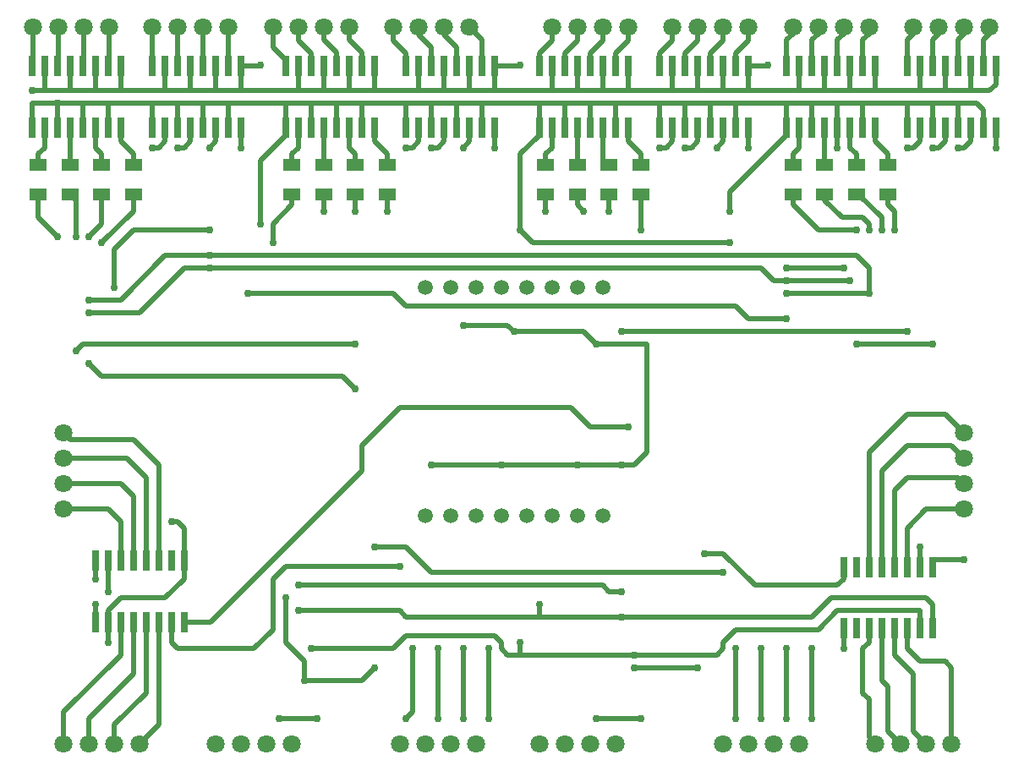
<source format=gbr>
G04 EAGLE Gerber RS-274X export*
G75*
%MOMM*%
%FSLAX34Y34*%
%LPD*%
%INBottom Copper*%
%IPPOS*%
%AMOC8*
5,1,8,0,0,1.08239X$1,22.5*%
G01*
%ADD10R,0.660400X2.032000*%
%ADD11R,1.815300X1.164600*%
%ADD12C,1.800000*%
%ADD13C,1.508000*%
%ADD14C,0.756400*%
%ADD15C,0.508000*%


D10*
X920750Y159766D03*
X920750Y221234D03*
X908050Y159766D03*
X895350Y159766D03*
X908050Y221234D03*
X895350Y221234D03*
X882650Y159766D03*
X882650Y221234D03*
X869950Y159766D03*
X869950Y221234D03*
X857250Y159766D03*
X844550Y159766D03*
X857250Y221234D03*
X844550Y221234D03*
X831850Y159766D03*
X831850Y221234D03*
D11*
X876300Y594846D03*
X876300Y624354D03*
X844550Y594846D03*
X844550Y624354D03*
X812800Y594846D03*
X812800Y624354D03*
X781050Y594846D03*
X781050Y624354D03*
X628650Y594846D03*
X628650Y624354D03*
X596900Y594846D03*
X596900Y624354D03*
X565150Y594846D03*
X565150Y624354D03*
X533400Y594846D03*
X533400Y624354D03*
X374650Y594846D03*
X374650Y624354D03*
X342900Y594846D03*
X342900Y624354D03*
X311150Y594846D03*
X311150Y624354D03*
D12*
X977900Y762000D03*
X901700Y762000D03*
X927100Y762000D03*
X952500Y762000D03*
X857250Y762000D03*
X781050Y762000D03*
X806450Y762000D03*
X831850Y762000D03*
X736600Y762000D03*
X660400Y762000D03*
X685800Y762000D03*
X711200Y762000D03*
X615950Y762000D03*
X539750Y762000D03*
X565150Y762000D03*
X590550Y762000D03*
X457200Y762000D03*
X381000Y762000D03*
X406400Y762000D03*
X431800Y762000D03*
X336550Y762000D03*
X260350Y762000D03*
X285750Y762000D03*
X311150Y762000D03*
X952500Y355600D03*
X952500Y279400D03*
X952500Y304800D03*
X952500Y330200D03*
X939800Y44450D03*
X863600Y44450D03*
X889000Y44450D03*
X914400Y44450D03*
X787400Y44450D03*
X711200Y44450D03*
X736600Y44450D03*
X762000Y44450D03*
X603250Y44450D03*
X527050Y44450D03*
X552450Y44450D03*
X577850Y44450D03*
X463550Y44450D03*
X387350Y44450D03*
X412750Y44450D03*
X438150Y44450D03*
X279400Y44450D03*
X203200Y44450D03*
X228600Y44450D03*
X254000Y44450D03*
D11*
X279400Y594846D03*
X279400Y624354D03*
D13*
X565150Y273050D03*
X539750Y273050D03*
X514350Y273050D03*
X488950Y273050D03*
X463550Y273050D03*
X438150Y273050D03*
X412750Y273050D03*
X565150Y501650D03*
X539750Y501650D03*
X514350Y501650D03*
X488950Y501650D03*
X463550Y501650D03*
X438150Y501650D03*
X412750Y501650D03*
X590550Y273050D03*
X590550Y501650D03*
D10*
X984250Y661416D03*
X984250Y722884D03*
X971550Y661416D03*
X958850Y661416D03*
X971550Y722884D03*
X958850Y722884D03*
X946150Y661416D03*
X946150Y722884D03*
X933450Y661416D03*
X933450Y722884D03*
X920750Y661416D03*
X908050Y661416D03*
X920750Y722884D03*
X908050Y722884D03*
X895350Y661416D03*
X895350Y722884D03*
X863600Y661416D03*
X863600Y722884D03*
X850900Y661416D03*
X838200Y661416D03*
X850900Y722884D03*
X838200Y722884D03*
X825500Y661416D03*
X825500Y722884D03*
X812800Y661416D03*
X812800Y722884D03*
X800100Y661416D03*
X787400Y661416D03*
X800100Y722884D03*
X787400Y722884D03*
X774700Y661416D03*
X774700Y722884D03*
X736600Y661416D03*
X736600Y722884D03*
X723900Y661416D03*
X711200Y661416D03*
X723900Y722884D03*
X711200Y722884D03*
X698500Y661416D03*
X698500Y722884D03*
X685800Y661416D03*
X685800Y722884D03*
X673100Y661416D03*
X660400Y661416D03*
X673100Y722884D03*
X660400Y722884D03*
X647700Y661416D03*
X647700Y722884D03*
X615950Y661416D03*
X615950Y722884D03*
X603250Y661416D03*
X590550Y661416D03*
X603250Y722884D03*
X590550Y722884D03*
X577850Y661416D03*
X577850Y722884D03*
X565150Y661416D03*
X565150Y722884D03*
X552450Y661416D03*
X539750Y661416D03*
X552450Y722884D03*
X539750Y722884D03*
X527050Y661416D03*
X527050Y722884D03*
X482600Y661416D03*
X482600Y722884D03*
X469900Y661416D03*
X457200Y661416D03*
X469900Y722884D03*
X457200Y722884D03*
X444500Y661416D03*
X444500Y722884D03*
X431800Y661416D03*
X431800Y722884D03*
X419100Y661416D03*
X406400Y661416D03*
X419100Y722884D03*
X406400Y722884D03*
X393700Y661416D03*
X393700Y722884D03*
X361950Y661416D03*
X361950Y722884D03*
X349250Y661416D03*
X336550Y661416D03*
X349250Y722884D03*
X336550Y722884D03*
X323850Y661416D03*
X323850Y722884D03*
X311150Y661416D03*
X311150Y722884D03*
X298450Y661416D03*
X285750Y661416D03*
X298450Y722884D03*
X285750Y722884D03*
X273050Y661416D03*
X273050Y722884D03*
X228600Y661416D03*
X228600Y722884D03*
X215900Y661416D03*
X203200Y661416D03*
X215900Y722884D03*
X203200Y722884D03*
X190500Y661416D03*
X190500Y722884D03*
X177800Y661416D03*
X177800Y722884D03*
X165100Y661416D03*
X152400Y661416D03*
X165100Y722884D03*
X152400Y722884D03*
X139700Y661416D03*
X139700Y722884D03*
X107950Y661416D03*
X107950Y722884D03*
X95250Y661416D03*
X82550Y661416D03*
X95250Y722884D03*
X82550Y722884D03*
X69850Y661416D03*
X69850Y722884D03*
X57150Y661416D03*
X57150Y722884D03*
X44450Y661416D03*
X31750Y661416D03*
X44450Y722884D03*
X31750Y722884D03*
X19050Y661416D03*
X19050Y722884D03*
D11*
X120650Y594846D03*
X120650Y624354D03*
X88900Y594846D03*
X88900Y624354D03*
X57150Y594846D03*
X57150Y624354D03*
X25400Y594846D03*
X25400Y624354D03*
D12*
X215900Y762000D03*
X139700Y762000D03*
X165100Y762000D03*
X190500Y762000D03*
X96520Y762000D03*
X20320Y762000D03*
X45720Y762000D03*
X71120Y762000D03*
X127000Y44450D03*
X50800Y44450D03*
X76200Y44450D03*
X101600Y44450D03*
X50800Y279400D03*
X50800Y355600D03*
X50800Y330200D03*
X50800Y304800D03*
D10*
X82550Y227584D03*
X82550Y166116D03*
X95250Y227584D03*
X107950Y227584D03*
X95250Y166116D03*
X107950Y166116D03*
X120650Y227584D03*
X120650Y166116D03*
X133350Y227584D03*
X133350Y166116D03*
X146050Y227584D03*
X158750Y227584D03*
X146050Y166116D03*
X158750Y166116D03*
X171450Y227584D03*
X171450Y166116D03*
D14*
X292100Y107950D03*
X361950Y120650D03*
D15*
X349250Y107950D02*
X292100Y107950D01*
X349250Y107950D02*
X361950Y120650D01*
D14*
X622300Y120650D03*
X685800Y120650D03*
D15*
X622300Y120650D01*
X971550Y679450D02*
X965200Y685800D01*
X19050Y685800D02*
X19050Y661416D01*
X19050Y685800D02*
X44450Y685800D01*
X971550Y679450D02*
X971550Y661416D01*
X965200Y685800D02*
X946150Y685800D01*
X920750Y685800D01*
X895350Y685800D01*
X850900Y685800D01*
X825500Y685800D01*
X800100Y685800D01*
X774700Y685800D01*
X723900Y685800D01*
X698500Y685800D01*
X673100Y685800D01*
X647700Y685800D01*
X603250Y685800D01*
X577850Y685800D01*
X552450Y685800D01*
X527050Y685800D01*
X469900Y685800D01*
X444500Y685800D01*
X419100Y685800D01*
X393700Y685800D01*
X349250Y685800D01*
X323850Y685800D01*
X298450Y685800D01*
X273050Y685800D01*
X215900Y685800D01*
X190500Y685800D01*
X165100Y685800D01*
X139700Y685800D01*
X95250Y685800D01*
X69850Y685800D01*
X44450Y685800D01*
X946150Y685800D02*
X946150Y661416D01*
X920750Y661416D02*
X920750Y685800D01*
X895350Y685800D02*
X895350Y661416D01*
X850900Y661416D02*
X850900Y685800D01*
X825500Y685800D02*
X825500Y661416D01*
X800100Y661416D02*
X800100Y685800D01*
X774700Y685800D02*
X774700Y661416D01*
X723900Y661416D02*
X723900Y685800D01*
X698500Y685800D02*
X698500Y661416D01*
X673100Y661416D02*
X673100Y685800D01*
X647700Y685800D02*
X647700Y661416D01*
X603250Y661416D02*
X603250Y685800D01*
X577850Y685800D02*
X577850Y661416D01*
X552450Y661416D02*
X552450Y685800D01*
X527050Y685800D02*
X527050Y661416D01*
X527050Y654050D01*
X469900Y661416D02*
X469900Y685800D01*
X444500Y685800D02*
X444500Y661416D01*
X419100Y661416D02*
X419100Y685800D01*
X393700Y685800D02*
X393700Y661416D01*
X349250Y661416D02*
X349250Y685800D01*
X323850Y685800D02*
X323850Y661416D01*
X298450Y661416D02*
X298450Y685800D01*
X273050Y685800D02*
X273050Y661416D01*
X215900Y661416D02*
X215900Y685800D01*
X190500Y685800D02*
X190500Y661416D01*
X165100Y661416D02*
X165100Y685800D01*
X139700Y685800D02*
X139700Y661416D01*
X95250Y661416D02*
X95250Y685800D01*
X69850Y685800D02*
X69850Y661416D01*
X44450Y661416D02*
X44450Y685800D01*
X825500Y661416D02*
X825500Y641350D01*
D14*
X825500Y641350D03*
D15*
X774700Y654050D02*
X774700Y661416D01*
X717550Y596900D02*
X717550Y577850D01*
X717550Y596900D02*
X774700Y654050D01*
D14*
X717550Y577850D03*
X247650Y565150D03*
D15*
X247650Y628650D01*
X273050Y654050D01*
X273050Y661416D01*
D14*
X44450Y685800D03*
X774700Y520700D03*
X831850Y520700D03*
D15*
X774700Y520700D01*
D14*
X508000Y558800D03*
D15*
X508000Y635000D02*
X527050Y654050D01*
X508000Y635000D02*
X508000Y558800D01*
D14*
X908050Y241300D03*
D15*
X908050Y221234D01*
D14*
X158750Y266700D03*
D15*
X165100Y266700D01*
X171450Y260350D01*
X171450Y227584D01*
X95250Y166116D02*
X95250Y146050D01*
D14*
X95250Y146050D03*
D15*
X95250Y166116D02*
X95250Y177800D01*
X107950Y190500D02*
X152400Y190500D01*
X171450Y209550D01*
X107950Y190500D02*
X95250Y177800D01*
X171450Y209550D02*
X171450Y227584D01*
D14*
X831850Y139700D03*
D15*
X831850Y159766D01*
D14*
X273050Y190500D03*
D15*
X273050Y146050D01*
X292100Y127000D02*
X292100Y107950D01*
X292100Y127000D02*
X273050Y146050D01*
X520700Y546100D02*
X508000Y558800D01*
D14*
X717550Y546100D03*
D15*
X520700Y546100D01*
D14*
X609600Y196850D03*
X285750Y203200D03*
D15*
X590550Y203200D01*
X596900Y196850D01*
X609600Y196850D01*
X984250Y704850D02*
X984250Y722884D01*
X984250Y704850D02*
X977900Y698500D01*
X958850Y698500D01*
X933450Y698500D01*
X908050Y698500D01*
X863600Y698500D01*
X838200Y698500D01*
X812800Y698500D01*
X787400Y698500D01*
X736600Y698500D01*
X711200Y698500D01*
X685800Y698500D01*
X660400Y698500D01*
X615950Y698500D01*
X590550Y698500D01*
X565150Y698500D01*
X539750Y698500D01*
X482600Y698500D01*
X457200Y698500D01*
X431800Y698500D01*
X406400Y698500D01*
X361950Y698500D01*
X336550Y698500D01*
X311150Y698500D01*
X285750Y698500D01*
X228600Y698500D01*
X203200Y698500D01*
X177800Y698500D01*
X152400Y698500D01*
X107950Y698500D01*
X82550Y698500D01*
X57150Y698500D01*
X31750Y698500D02*
X31750Y722884D01*
X57150Y722884D02*
X57150Y698500D01*
X82550Y698500D02*
X82550Y722884D01*
X107950Y722884D02*
X107950Y698500D01*
X152400Y698500D02*
X152400Y722884D01*
X177800Y722884D02*
X177800Y698500D01*
X203200Y698500D02*
X203200Y722884D01*
X228600Y722884D02*
X228600Y698500D01*
X285750Y698500D02*
X285750Y722884D01*
X311150Y722884D02*
X311150Y698500D01*
X336550Y698500D02*
X336550Y722884D01*
X361950Y722884D02*
X361950Y698500D01*
X406400Y698500D02*
X406400Y722884D01*
X431800Y722884D02*
X431800Y698500D01*
X457200Y698500D02*
X457200Y722884D01*
X482600Y722884D02*
X482600Y698500D01*
X539750Y698500D02*
X539750Y722884D01*
X565150Y722884D02*
X565150Y698500D01*
X590550Y698500D02*
X590550Y722884D01*
X615950Y722884D02*
X615950Y698500D01*
X660400Y698500D02*
X660400Y722884D01*
X685800Y722884D02*
X685800Y698500D01*
X711200Y698500D02*
X711200Y722884D01*
X736600Y722884D02*
X736600Y698500D01*
X787400Y698500D02*
X787400Y722884D01*
X812800Y722884D02*
X812800Y698500D01*
X838200Y698500D02*
X838200Y722884D01*
X863600Y722884D02*
X863600Y698500D01*
X908050Y698500D02*
X908050Y722884D01*
X933450Y722884D02*
X933450Y698500D01*
X958850Y698500D02*
X958850Y722884D01*
D14*
X755650Y723900D03*
D15*
X754634Y722884D01*
X736600Y722884D01*
D14*
X247650Y723900D03*
D15*
X246634Y722884D01*
X228600Y722884D01*
D14*
X508000Y723900D03*
D15*
X506984Y722884D01*
X482600Y722884D01*
X31750Y698500D02*
X19050Y698500D01*
X31750Y698500D02*
X57150Y698500D01*
D14*
X19050Y698500D03*
X920750Y444500D03*
X844550Y444500D03*
D15*
X920750Y444500D01*
D14*
X952500Y228600D03*
D15*
X920750Y228600D01*
X920750Y221234D01*
X82550Y184150D02*
X82550Y166116D01*
D14*
X82550Y184150D03*
X895350Y457200D03*
D15*
X609600Y457200D01*
D14*
X609600Y457200D03*
X234950Y495300D03*
D15*
X381000Y495300D01*
X393700Y482600D01*
X723900Y482600D01*
X736600Y469900D01*
D14*
X774700Y469900D03*
D15*
X736600Y469900D01*
D14*
X838200Y508000D03*
X774700Y508000D03*
D15*
X838200Y508000D01*
D14*
X76200Y476250D03*
D15*
X127000Y476250D01*
X171450Y520700D01*
X196850Y520700D01*
D14*
X196850Y520700D03*
D15*
X762000Y508000D02*
X774700Y508000D01*
X762000Y508000D02*
X749300Y520700D01*
X196850Y520700D01*
D14*
X76200Y425450D03*
D15*
X330200Y412750D02*
X342900Y400050D01*
X330200Y412750D02*
X88900Y412750D01*
X76200Y425450D01*
D14*
X342900Y400050D03*
X774700Y495300D03*
X857250Y495300D03*
D15*
X774700Y495300D01*
D14*
X76200Y488950D03*
D15*
X107950Y488950D01*
X152400Y533400D02*
X196850Y533400D01*
X152400Y533400D02*
X107950Y488950D01*
D14*
X196850Y533400D03*
D15*
X844550Y533400D02*
X857250Y520700D01*
X857250Y495300D01*
X844550Y533400D02*
X196850Y533400D01*
D14*
X63500Y438150D03*
X342900Y444500D03*
D15*
X69850Y444500D01*
X63500Y438150D01*
D14*
X844550Y558800D03*
D15*
X806450Y558800D01*
X781050Y584200D02*
X781050Y594846D01*
X781050Y584200D02*
X806450Y558800D01*
X984250Y641350D02*
X984250Y661416D01*
D14*
X984250Y641350D03*
D15*
X958850Y647700D02*
X958850Y661416D01*
X958850Y647700D02*
X952500Y641350D01*
X946150Y641350D01*
D14*
X946150Y641350D03*
D15*
X933450Y647700D02*
X933450Y661416D01*
X933450Y647700D02*
X927100Y641350D01*
X920750Y641350D01*
D14*
X920750Y641350D03*
D15*
X908050Y647700D02*
X908050Y661416D01*
X908050Y647700D02*
X901700Y641350D01*
X895350Y641350D01*
D14*
X895350Y641350D03*
D15*
X863600Y647700D02*
X863600Y661416D01*
X863600Y647700D02*
X876300Y635000D01*
X876300Y624354D01*
X838200Y641350D02*
X838200Y661416D01*
X838200Y641350D02*
X844550Y635000D01*
X844550Y624354D01*
X812800Y624354D02*
X812800Y661416D01*
X787400Y661416D02*
X787400Y641350D01*
X781050Y635000D01*
X781050Y624354D01*
X736600Y641350D02*
X736600Y661416D01*
D14*
X736600Y641350D03*
D15*
X711200Y647700D02*
X711200Y661416D01*
X711200Y647700D02*
X704850Y641350D01*
D14*
X704850Y641350D03*
D15*
X685800Y647700D02*
X685800Y661416D01*
X685800Y647700D02*
X679450Y641350D01*
X673100Y641350D01*
D14*
X673100Y641350D03*
D15*
X660400Y647700D02*
X660400Y661416D01*
X660400Y647700D02*
X654050Y641350D01*
X647700Y641350D01*
D14*
X647700Y641350D03*
D15*
X615950Y647700D02*
X615950Y661416D01*
X628650Y635000D02*
X628650Y624354D01*
X628650Y635000D02*
X615950Y647700D01*
X590550Y661416D02*
X590550Y628650D01*
X594846Y624354D02*
X596900Y624354D01*
X594846Y624354D02*
X590550Y628650D01*
X565150Y624354D02*
X565150Y661416D01*
X539750Y661416D02*
X539750Y641350D01*
X533400Y635000D01*
X533400Y624354D01*
X482600Y641350D02*
X482600Y661416D01*
D14*
X482600Y641350D03*
D15*
X457200Y647700D02*
X457200Y661416D01*
X457200Y647700D02*
X450850Y641350D01*
D14*
X450850Y641350D03*
D15*
X431800Y647700D02*
X431800Y661416D01*
X431800Y647700D02*
X425450Y641350D01*
X419100Y641350D01*
D14*
X419100Y641350D03*
D15*
X406400Y647700D02*
X406400Y661416D01*
X406400Y647700D02*
X400050Y641350D01*
X393700Y641350D01*
D14*
X393700Y641350D03*
D15*
X361950Y647700D02*
X361950Y661416D01*
X361950Y647700D02*
X374650Y635000D01*
X374650Y624354D01*
X336550Y641350D02*
X336550Y661416D01*
X336550Y641350D02*
X342900Y635000D01*
X342900Y624354D01*
X311150Y624354D02*
X311150Y661416D01*
X285750Y661416D02*
X285750Y641350D01*
X279400Y635000D01*
X279400Y624354D01*
D14*
X285750Y177800D03*
X609600Y171450D03*
D15*
X387350Y177800D02*
X285750Y177800D01*
X393700Y171450D02*
X527050Y171450D01*
X609600Y171450D01*
X393700Y171450D02*
X387350Y177800D01*
X82550Y209550D02*
X82550Y227584D01*
D14*
X82550Y209550D03*
D15*
X920750Y184150D02*
X920750Y159766D01*
X920750Y184150D02*
X914400Y190500D01*
X819150Y190500D02*
X800100Y171450D01*
X609600Y171450D01*
X819150Y190500D02*
X914400Y190500D01*
X527050Y184150D02*
X527050Y171450D01*
D14*
X527050Y184150D03*
X298450Y139700D03*
D15*
X381000Y139700D01*
X393700Y152400D01*
X495300Y133350D02*
X508000Y133350D01*
X495300Y133350D02*
X488950Y139700D01*
X488950Y146050D02*
X482600Y152400D01*
X393700Y152400D01*
D14*
X622300Y133350D03*
D15*
X704850Y133350D01*
X711200Y139700D01*
X711200Y146050D01*
X723900Y158750D01*
X806450Y158750D01*
X488950Y146050D02*
X488950Y139700D01*
X95250Y196850D02*
X95250Y227584D01*
D14*
X95250Y196850D03*
D15*
X908050Y177800D02*
X908050Y159766D01*
X825500Y177800D02*
X806450Y158750D01*
X825500Y177800D02*
X908050Y177800D01*
X508000Y146050D02*
X508000Y133350D01*
D14*
X508000Y146050D03*
D15*
X508000Y133350D02*
X622300Y133350D01*
X197866Y166116D02*
X171450Y166116D01*
X349250Y317500D02*
X349250Y342900D01*
X387350Y381000D01*
X577850Y361950D02*
X615950Y361950D01*
X349250Y317500D02*
X197866Y166116D01*
X387350Y381000D02*
X558800Y381000D01*
X577850Y361950D01*
D14*
X615950Y361950D03*
D15*
X971550Y722884D02*
X971550Y749300D01*
X977900Y755650D01*
X977900Y762000D01*
X946150Y749300D02*
X946150Y722884D01*
X946150Y749300D02*
X952500Y755650D01*
X952500Y762000D01*
X920750Y749300D02*
X920750Y722884D01*
X920750Y749300D02*
X927100Y755650D01*
X927100Y762000D01*
X895350Y749300D02*
X895350Y722884D01*
X895350Y749300D02*
X901700Y755650D01*
X901700Y762000D01*
X857250Y762000D02*
X857250Y755650D01*
X850900Y749300D01*
X850900Y722884D01*
X825500Y749300D02*
X831850Y755650D01*
X831850Y762000D01*
X825500Y749300D02*
X825500Y722884D01*
X800100Y749300D02*
X806450Y755650D01*
X806450Y762000D01*
X800100Y749300D02*
X800100Y722884D01*
X774700Y722884D02*
X774700Y749300D01*
X781050Y755650D01*
X781050Y762000D01*
X723900Y735584D02*
X723900Y722884D01*
X723900Y735584D02*
X736600Y748284D01*
X736600Y762000D01*
X711200Y762000D02*
X711200Y748284D01*
X698500Y735584D01*
X698500Y722884D01*
X685800Y748284D02*
X685800Y762000D01*
X685800Y748284D02*
X673100Y735584D01*
X673100Y722884D01*
X660400Y748284D02*
X660400Y762000D01*
X660400Y748284D02*
X647700Y735584D01*
X647700Y722884D01*
X615950Y748284D02*
X615950Y762000D01*
X615950Y748284D02*
X603250Y735584D01*
X603250Y722884D01*
X590550Y748284D02*
X590550Y762000D01*
X590550Y748284D02*
X577850Y735584D01*
X577850Y722884D01*
X565150Y748284D02*
X565150Y762000D01*
X565150Y748284D02*
X552450Y735584D01*
X552450Y722884D01*
X539750Y748284D02*
X539750Y762000D01*
X539750Y748284D02*
X527050Y735584D01*
X527050Y722884D01*
X469900Y749300D02*
X457200Y762000D01*
X469900Y749300D02*
X469900Y722884D01*
X431800Y754634D02*
X431800Y762000D01*
X431800Y754634D02*
X444500Y741934D01*
X444500Y722884D01*
X406400Y754634D02*
X406400Y762000D01*
X419100Y741934D02*
X419100Y722884D01*
X419100Y741934D02*
X406400Y754634D01*
X381000Y748284D02*
X381000Y762000D01*
X393700Y735584D02*
X393700Y722884D01*
X393700Y735584D02*
X381000Y748284D01*
X349250Y736600D02*
X336550Y749300D01*
X336550Y762000D01*
X349250Y736600D02*
X349250Y722884D01*
X311150Y749300D02*
X311150Y762000D01*
X311150Y749300D02*
X323850Y736600D01*
X323850Y722884D01*
X285750Y748284D02*
X285750Y762000D01*
X285750Y748284D02*
X298450Y735584D01*
X298450Y722884D01*
X260350Y741934D02*
X260350Y762000D01*
X260350Y741934D02*
X273050Y729234D01*
X273050Y722884D01*
X857250Y336550D02*
X857250Y221234D01*
X895350Y374650D02*
X933450Y374650D01*
X952500Y355600D01*
X895350Y374650D02*
X857250Y336550D01*
X882650Y298450D02*
X882650Y221234D01*
X882650Y298450D02*
X895350Y311150D01*
X946150Y311150D01*
X952500Y304800D01*
X895350Y260350D02*
X895350Y221234D01*
X895350Y260350D02*
X914400Y279400D01*
X952500Y279400D01*
X869950Y317500D02*
X869950Y221234D01*
X895350Y342900D02*
X939800Y342900D01*
X952500Y330200D01*
X895350Y342900D02*
X869950Y317500D01*
X895350Y159766D02*
X895350Y139700D01*
X908050Y127000D01*
X933450Y127000D01*
X939800Y120650D01*
X939800Y44450D01*
X882650Y133350D02*
X882650Y159766D01*
X901700Y114300D02*
X901700Y57150D01*
X914400Y44450D01*
X901700Y114300D02*
X882650Y133350D01*
X869950Y107950D02*
X869950Y159766D01*
X876300Y101600D02*
X876300Y57150D01*
X889000Y44450D01*
X876300Y101600D02*
X869950Y107950D01*
X857250Y146050D02*
X857250Y159766D01*
X857250Y146050D02*
X850900Y139700D01*
X850900Y95250D01*
X857250Y88900D02*
X857250Y50800D01*
X863600Y44450D01*
X857250Y88900D02*
X850900Y95250D01*
D14*
X800100Y69850D03*
D15*
X800100Y139700D01*
D14*
X800100Y139700D03*
X774700Y69850D03*
D15*
X774700Y139700D01*
D14*
X774700Y139700D03*
X749300Y69850D03*
D15*
X749300Y139700D01*
D14*
X749300Y139700D03*
X723900Y69850D03*
D15*
X723900Y139700D01*
D14*
X723900Y139700D03*
X628650Y69850D03*
X584200Y69850D03*
D15*
X628650Y69850D01*
D14*
X476250Y69850D03*
D15*
X476250Y139700D01*
D14*
X476250Y139700D03*
X450850Y69850D03*
X450850Y139700D03*
D15*
X450850Y69850D01*
D14*
X425450Y69850D03*
D15*
X425450Y139700D01*
D14*
X425450Y139700D03*
X393700Y69850D03*
D15*
X400050Y76200D02*
X400050Y139700D01*
X400050Y76200D02*
X393700Y69850D01*
D14*
X400050Y139700D03*
X304800Y69850D03*
X266700Y69850D03*
D15*
X304800Y69850D01*
D14*
X692150Y234950D03*
D15*
X711200Y234950D01*
X831850Y221234D02*
X831850Y209550D01*
X825500Y203200D01*
X742950Y203200D01*
X711200Y234950D01*
D14*
X711200Y215900D03*
D15*
X419100Y215900D02*
X393700Y241300D01*
X419100Y215900D02*
X711200Y215900D01*
D14*
X361950Y241300D03*
D15*
X393700Y241300D01*
D14*
X101600Y501650D03*
D15*
X101600Y539750D01*
X120650Y558800D01*
X196850Y558800D01*
D14*
X196850Y558800D03*
D15*
X228600Y641350D02*
X228600Y661416D01*
D14*
X228600Y641350D03*
D15*
X203200Y647700D02*
X203200Y661416D01*
X203200Y647700D02*
X196850Y641350D01*
D14*
X196850Y641350D03*
D15*
X177800Y647700D02*
X177800Y661416D01*
X177800Y647700D02*
X171450Y641350D01*
X165100Y641350D01*
D14*
X165100Y641350D03*
D15*
X152400Y647700D02*
X152400Y661416D01*
X152400Y647700D02*
X146050Y641350D01*
X139700Y641350D01*
D14*
X139700Y641350D03*
D15*
X107950Y647700D02*
X107950Y661416D01*
X120650Y635000D02*
X120650Y624354D01*
X120650Y635000D02*
X107950Y647700D01*
X88900Y635000D02*
X88900Y624354D01*
X88900Y635000D02*
X82550Y641350D01*
X82550Y661416D01*
X57150Y661416D02*
X57150Y624354D01*
X25400Y624354D02*
X25400Y635000D01*
X31750Y641350D01*
X31750Y661416D01*
X215900Y722884D02*
X215900Y762000D01*
X190500Y762000D02*
X190500Y722884D01*
X165100Y722884D02*
X165100Y762000D01*
X139700Y762000D02*
X139700Y722884D01*
X96520Y724154D02*
X96520Y762000D01*
X96520Y724154D02*
X95250Y722884D01*
X71120Y724154D02*
X71120Y762000D01*
X71120Y724154D02*
X69850Y722884D01*
X45720Y724154D02*
X45720Y762000D01*
X45720Y724154D02*
X44450Y722884D01*
X20320Y724154D02*
X20320Y762000D01*
X20320Y724154D02*
X19050Y722884D01*
X146050Y63500D02*
X127000Y44450D01*
X146050Y63500D02*
X146050Y166116D01*
X101600Y63500D02*
X101600Y44450D01*
X101600Y63500D02*
X133350Y95250D01*
X133350Y166116D01*
X76200Y69850D02*
X76200Y44450D01*
X120650Y114300D02*
X120650Y166116D01*
X120650Y114300D02*
X76200Y69850D01*
X50800Y76200D02*
X50800Y44450D01*
X107950Y133350D02*
X107950Y166116D01*
X107950Y133350D02*
X50800Y76200D01*
X50800Y279400D02*
X95250Y279400D01*
X107950Y266700D01*
X107950Y227584D01*
X107950Y304800D02*
X50800Y304800D01*
X107950Y304800D02*
X120650Y292100D01*
X120650Y227584D01*
X114300Y330200D02*
X50800Y330200D01*
X114300Y330200D02*
X133350Y311150D01*
X133350Y266700D01*
X133350Y227584D01*
X57150Y349250D02*
X50800Y355600D01*
X57150Y349250D02*
X120650Y349250D01*
X146050Y323850D01*
X146050Y227584D01*
X158750Y166116D02*
X158750Y146050D01*
X165100Y139700D01*
X241300Y139700D02*
X260350Y158750D01*
X260350Y209550D01*
X273050Y222250D01*
X387350Y222250D01*
X241300Y139700D02*
X165100Y139700D01*
D14*
X387350Y222250D03*
D15*
X120650Y577850D02*
X120650Y594846D01*
X120650Y577850D02*
X88900Y546100D01*
D14*
X88900Y546100D03*
D15*
X88900Y565150D02*
X88900Y594846D01*
X88900Y565150D02*
X76200Y552450D01*
D14*
X76200Y552450D03*
D15*
X63500Y588496D02*
X57150Y594846D01*
X63500Y588496D02*
X63500Y552450D01*
D14*
X63500Y552450D03*
D15*
X25400Y571500D02*
X25400Y594846D01*
X25400Y571500D02*
X44450Y552450D01*
D14*
X44450Y552450D03*
X260350Y546100D03*
D15*
X260350Y565150D01*
X279400Y584200D02*
X279400Y594846D01*
X279400Y584200D02*
X260350Y565150D01*
D14*
X311150Y577850D03*
D15*
X311150Y594846D01*
D14*
X342900Y577850D03*
D15*
X342900Y594846D01*
D14*
X374650Y577850D03*
D15*
X374650Y594846D01*
D14*
X628650Y558800D03*
D15*
X628650Y594846D01*
D14*
X596900Y577850D03*
D15*
X596900Y594846D01*
D14*
X571500Y577850D03*
D15*
X565150Y584200D01*
X565150Y594846D01*
D14*
X533400Y577850D03*
D15*
X533400Y594846D01*
D14*
X857250Y558800D03*
D15*
X857250Y565150D01*
X850900Y571500D01*
X829796Y571500D02*
X812800Y588496D01*
X812800Y594846D01*
X829796Y571500D02*
X850900Y571500D01*
D14*
X869950Y558800D03*
D15*
X846604Y594846D02*
X844550Y594846D01*
X869950Y571500D02*
X869950Y558800D01*
X869950Y571500D02*
X846604Y594846D01*
D14*
X882650Y558800D03*
D15*
X882650Y577850D01*
X876300Y584200D01*
X876300Y594846D01*
D14*
X609600Y323850D03*
X488950Y323850D03*
X419100Y323850D03*
X565150Y323850D03*
D15*
X488950Y323850D02*
X419100Y323850D01*
X488950Y323850D02*
X565150Y323850D01*
X609600Y323850D01*
X622300Y323850D01*
X635000Y336550D01*
X635000Y444500D02*
X584200Y444500D01*
X635000Y444500D02*
X635000Y336550D01*
D14*
X584200Y444500D03*
D15*
X571500Y457200D01*
X501650Y457200D01*
D14*
X501650Y457200D03*
D15*
X495300Y463550D01*
X450850Y463550D01*
D14*
X450850Y463550D03*
M02*

</source>
